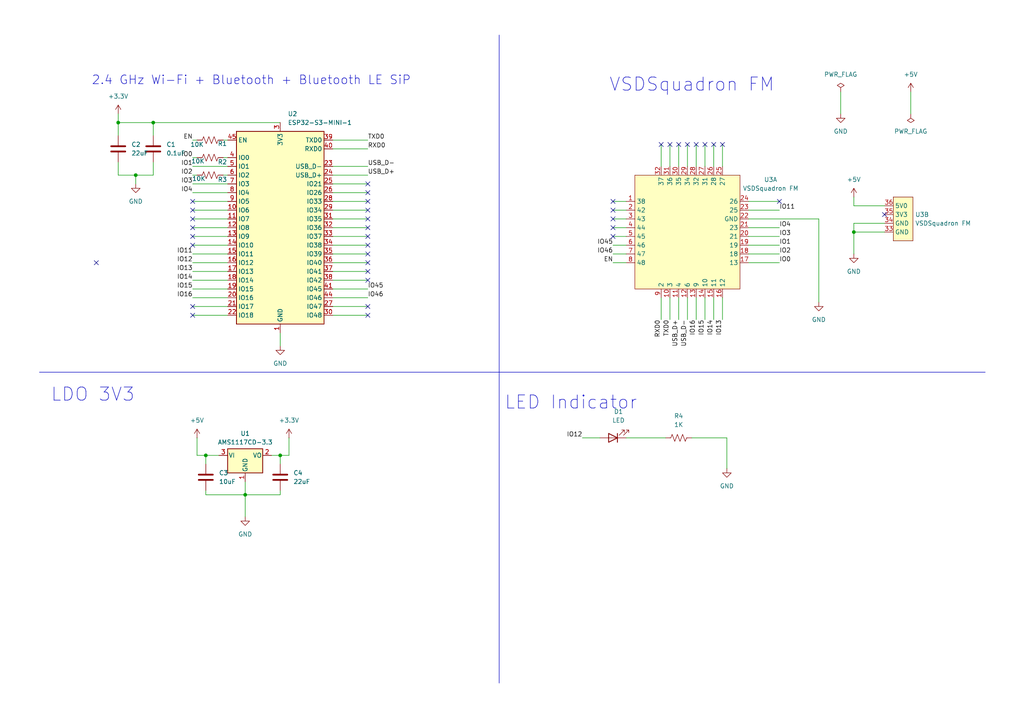
<source format=kicad_sch>
(kicad_sch (version 20231120) (generator "eeschema") (generator_version "8.0")
  (paper "A4")
  (title_block (title "ESP32-S3-MINI-1- VSDSquadron FM Shield") (date "2025-01-23") (rev "1A") (company "VLSI System Design"))
  (lib_symbols
    (symbol "Device:C" (pin_numbers hide) (pin_names (offset 0.254))
      (property "Reference" "C" (at 0.635 2.54 0))
      (property "Value" "C" (at 0.635 -2.54 0))
      (symbol "C_0_1"
        (polyline (pts (xy -2.032 -0.762) (xy 2.032 -0.762)) (stroke (width 0.508)))
        (polyline (pts (xy -2.032 0.762) (xy 2.032 0.762)) (stroke (width 0.508)))
      )
      (symbol "C_1_1"
        (pin passive line (at 0 3.81 270) (length 2.794) (name "~") (number "1"))
        (pin passive line (at 0 -3.81 90) (length 2.794) (name "~") (number "2"))
      )
    )
    (symbol "Device:LED" (pin_numbers hide) (pin_names (offset 1.016) hide)
      (property "Reference" "D" (at 0 2.54 0))
      (property "Value" "LED" (at 0 -2.54 0))
      (symbol "LED_0_1"
        (polyline (pts (xy -1.27 -1.27) (xy -1.27 1.27)) (stroke (width 0.254)))
        (polyline (pts (xy -1.27 0) (xy 1.27 0)))
        (polyline (pts (xy 1.27 -1.27) (xy 1.27 1.27) (xy -1.27 0) (xy 1.27 -1.27)) (stroke (width 0.254)))
        (polyline (pts (xy -3.048 -0.762) (xy -4.572 -2.286) (xy -3.81 -2.286) (xy -4.572 -2.286) (xy -4.572 -1.524)))
        (polyline (pts (xy -1.778 -0.762) (xy -3.302 -2.286) (xy -2.54 -2.286) (xy -3.302 -2.286) (xy -3.302 -1.524)))
      )
      (symbol "LED_1_1"
        (pin passive line (at -3.81 0 0) (length 2.54) (name "K") (number "1"))
        (pin passive line (at 3.81 0 180) (length 2.54) (name "A") (number "2"))
      )
    )
    (symbol "Device:R_US" (pin_numbers hide) (pin_names (offset 0))
      (property "Reference" "R" (at 2.54 0 90))
      (property "Value" "R_US" (at -2.54 0 90))
      (symbol "R_US_0_1"
        (polyline (pts (xy 0 -2.286) (xy 0 -2.54)))
        (polyline (pts (xy 0 2.286) (xy 0 2.54)))
        (polyline (pts (xy 0 -0.762) (xy 1.016 -1.143) (xy 0 -1.524) (xy -1.016 -1.905) (xy 0 -2.286)))
        (polyline (pts (xy 0 0.762) (xy 1.016 0.381) (xy 0 0) (xy -1.016 -0.381) (xy 0 -0.762)))
        (polyline (pts (xy 0 2.286) (xy 1.016 1.905) (xy 0 1.524) (xy -1.016 1.143) (xy 0 0.762)))
      )
      (symbol "R_US_1_1"
        (pin passive line (at 0 3.81 270) (length 1.27) (name "~") (number "1"))
        (pin passive line (at 0 -3.81 90) (length 1.27) (name "~") (number "2"))
      )
    )
    (symbol "RF_Module:ESP32-S3-MINI-1"
      (property "Reference" "U" (at -11.43 29.21 0))
      (property "Value" "ESP32-S3-MINI-1" (at 12.7 29.21 0))
      (symbol "ESP32-S3-MINI-1_0_1"
        (rectangle (start -12.7 27.94) (end 12.7 -27.94) (stroke (width 0.254)) (fill (type background)))
      )
      (symbol "ESP32-S3-MINI-1_1_1"
        (pin power_in line (at 0 -30.48 90) (length 2.54) (name "GND") (number "1"))
        (pin bidirectional line (at -15.24 5.08 0) (length 2.54) (name "IO6") (number "10"))
        (pin bidirectional line (at -15.24 2.54 0) (length 2.54) (name "IO7") (number "11"))
        (pin bidirectional line (at -15.24 0 0) (length 2.54) (name "IO8") (number "12"))
        (pin bidirectional line (at -15.24 -2.54 0) (length 2.54) (name "IO9") (number "13"))
        (pin bidirectional line (at -15.24 -5.08 0) (length 2.54) (name "IO10") (number "14"))
        (pin bidirectional line (at -15.24 -7.62 0) (length 2.54) (name "IO11") (number "15"))
        (pin bidirectional line (at -15.24 -10.16 0) (length 2.54) (name "IO12") (number "16"))
        (pin bidirectional line (at -15.24 -12.7 0) (length 2.54) (name "IO13") (number "17"))
        (pin bidirectional line (at -15.24 -15.24 0) (length 2.54) (name "IO14") (number "18"))
        (pin bidirectional line (at -15.24 -17.78 0) (length 2.54) (name "IO15") (number "19"))
        (pin passive line (at 0 -30.48 90) (length 2.54) hide (name "GND") (number "2"))
        (pin bidirectional line (at -15.24 -20.32 0) (length 2.54) (name "IO16") (number "20"))
        (pin bidirectional line (at -15.24 -22.86 0) (length 2.54) (name "IO17") (number "21"))
        (pin bidirectional line (at -15.24 -25.4 0) (length 2.54) (name "IO18") (number "22"))
        (pin bidirectional line (at 15.24 17.78 180) (length 2.54) (name "USB_D-") (number "23"))
        (pin bidirectional line (at 15.24 15.24 180) (length 2.54) (name "USB_D+") (number "24"))
        (pin bidirectional line (at 15.24 12.7 180) (length 2.54) (name "IO21") (number "25"))
        (pin bidirectional line (at 15.24 10.16 180) (length 2.54) (name "IO26") (number "26"))
        (pin bidirectional line (at 15.24 -22.86 180) (length 2.54) (name "IO47") (number "27"))
        (pin bidirectional line (at 15.24 7.62 180) (length 2.54) (name "IO33") (number "28"))
        (pin bidirectional line (at 15.24 5.08 180) (length 2.54) (name "IO34") (number "29"))
        (pin power_in line (at 0 30.48 270) (length 2.54) (name "3V3") (number "3"))
        (pin bidirectional line (at 15.24 -25.4 180) (length 2.54) (name "IO48") (number "30"))
        (pin bidirectional line (at 15.24 2.54 180) (length 2.54) (name "IO35") (number "31"))
        (pin bidirectional line (at 15.24 0 180) (length 2.54) (name "IO36") (number "32"))
        (pin bidirectional line (at 15.24 -2.54 180) (length 2.54) (name "IO37") (number "33"))
        (pin bidirectional line (at 15.24 -5.08 180) (length 2.54) (name "IO38") (number "34"))
        (pin bidirectional line (at 15.24 -7.62 180) (length 2.54) (name "IO39") (number "35"))
        (pin bidirectional line (at 15.24 -10.16 180) (length 2.54) (name "IO40") (number "36"))
        (pin bidirectional line (at 15.24 -12.7 180) (length 2.54) (name "IO41") (number "37"))
        (pin bidirectional line (at 15.24 -15.24 180) (length 2.54) (name "IO42") (number "38"))
        (pin bidirectional line (at 15.24 25.4 180) (length 2.54) (name "TXD0") (number "39"))
        (pin bidirectional line (at -15.24 20.32 0) (length 2.54) (name "IO0") (number "4"))
        (pin bidirectional line (at 15.24 22.86 180) (length 2.54) (name "RXD0") (number "40"))
        (pin bidirectional line (at 15.24 -17.78 180) (length 2.54) (name "IO45") (number "41"))
        (pin passive line (at 0 -30.48 90) (length 2.54) hide (name "GND") (number "42"))
        (pin passive line (at 0 -30.48 90) (length 2.54) hide (name "GND") (number "43"))
        (pin bidirectional line (at 15.24 -20.32 180) (length 2.54) (name "IO46") (number "44"))
        (pin input line (at -15.24 25.4 0) (length 2.54) (name "EN") (number "45"))
        (pin passive line (at 0 -30.48 90) (length 2.54) hide (name "GND") (number "46"))
        (pin passive line (at 0 -30.48 90) (length 2.54) hide (name "GND") (number "47"))
        (pin passive line (at 0 -30.48 90) (length 2.54) hide (name "GND") (number "48"))
        (pin passive line (at 0 -30.48 90) (length 2.54) hide (name "GND") (number "49"))
        (pin bidirectional line (at -15.24 17.78 0) (length 2.54) (name "IO1") (number "5"))
        (pin passive line (at 0 -30.48 90) (length 2.54) hide (name "GND") (number "50"))
        (pin passive line (at 0 -30.48 90) (length 2.54) hide (name "GND") (number "51"))
        (pin passive line (at 0 -30.48 90) (length 2.54) hide (name "GND") (number "52"))
        (pin passive line (at 0 -30.48 90) (length 2.54) hide (name "GND") (number "53"))
        (pin passive line (at 0 -30.48 90) (length 2.54) hide (name "GND") (number "54"))
        (pin passive line (at 0 -30.48 90) (length 2.54) hide (name "GND") (number "55"))
        (pin passive line (at 0 -30.48 90) (length 2.54) hide (name "GND") (number "56"))
        (pin passive line (at 0 -30.48 90) (length 2.54) hide (name "GND") (number "57"))
        (pin passive line (at 0 -30.48 90) (length 2.54) hide (name "GND") (number "58"))
        (pin passive line (at 0 -30.48 90) (length 2.54) hide (name "GND") (number "59"))
        (pin bidirectional line (at -15.24 15.24 0) (length 2.54) (name "IO2") (number "6"))
        (pin passive line (at 0 -30.48 90) (length 2.54) hide (name "GND") (number "60"))
        (pin passive line (at 0 -30.48 90) (length 2.54) hide (name "GND") (number "61"))
        (pin passive line (at 0 -30.48 90) (length 2.54) hide (name "GND") (number "62"))
        (pin passive line (at 0 -30.48 90) (length 2.54) hide (name "GND") (number "63"))
        (pin passive line (at 0 -30.48 90) (length 2.54) hide (name "GND") (number "64"))
        (pin passive line (at 0 -30.48 90) (length 2.54) hide (name "GND") (number "65"))
        (pin bidirectional line (at -15.24 12.7 0) (length 2.54) (name "IO3") (number "7"))
        (pin bidirectional line (at -15.24 10.16 0) (length 2.54) (name "IO4") (number "8"))
        (pin bidirectional line (at -15.24 7.62 0) (length 2.54) (name "IO5") (number "9"))
      )
    )
    (symbol "Regulator_Linear:AMS1117CD-3.3" (pin_names (offset 0.254))
      (property "Reference" "U" (at -3.81 3.175 0))
      (property "Value" "AMS1117CD-3.3" (at 0 3.175 0))
      (symbol "AMS1117CD-3.3_0_1"
        (rectangle (start -5.08 -5.08) (end 5.08 1.905) (stroke (width 0.254)) (fill (type background)))
      )
      (symbol "AMS1117CD-3.3_1_1"
        (pin power_in line (at 0 -7.62 90) (length 2.54) (name "GND") (number "1"))
        (pin power_out line (at 7.62 0 180) (length 2.54) (name "VO") (number "2"))
        (pin power_in line (at -7.62 0 0) (length 2.54) (name "VI") (number "3"))
      )
    )
    (symbol "VSDSquadron_FM:VSDSquadron_FM"
      (property "Reference" "U" (at -9.398 10.668 0))
      (property "Value" "VSDSquadron FM" (at 2.921 8.509 0))
      (symbol "VSDSquadron_FM_1_0"
        (pin bidirectional line (at -2.54 -17.78 90) (length 2.54) (name "3") (number "10"))
        (pin bidirectional line (at 0 -17.78 90) (length 2.54) (name "4") (number "11"))
        (pin bidirectional line (at 2.54 -17.78 90) (length 2.54) (name "6") (number "12"))
        (pin bidirectional line (at 5.08 -17.78 90) (length 2.54) (name "9") (number "13"))
        (pin bidirectional line (at 7.62 -17.78 90) (length 2.54) (name "10") (number "14"))
        (pin bidirectional line (at 20.32 -7.62 180) (length 2.54) (name "13") (number "17"))
        (pin bidirectional line (at 20.32 -5.08 180) (length 2.54) (name "18") (number "18"))
        (pin bidirectional line (at 20.32 -2.54 180) (length 2.54) (name "19") (number "19"))
        (pin bidirectional line (at 20.32 0 180) (length 2.54) (name "21") (number "20"))
        (pin bidirectional line (at 20.32 2.54 180) (length 2.54) (name "23") (number "21"))
        (pin power_in line (at 20.32 5.08 180) (length 2.54) (name "GND") (number "22"))
        (pin bidirectional line (at 20.32 7.62 180) (length 2.54) (name "25") (number "23"))
        (pin bidirectional line (at 20.32 10.16 180) (length 2.54) (name "26") (number "24"))
        (pin bidirectional line (at 12.7 20.32 270) (length 2.54) (name "27") (number "25"))
        (pin bidirectional line (at 10.16 20.32 270) (length 2.54) (name "28") (number "26"))
        (pin bidirectional line (at 2.54 20.32 270) (length 2.54) (name "34") (number "29"))
        (pin bidirectional line (at -15.24 5.08 0) (length 2.54) (name "43") (number "3"))
        (pin bidirectional line (at 0 20.32 270) (length 2.54) (name "35") (number "30"))
        (pin bidirectional line (at -2.54 20.32 270) (length 2.54) (name "36") (number "31"))
        (pin bidirectional line (at -5.08 20.32 270) (length 2.54) (name "37") (number "32"))
        (pin bidirectional line (at -15.24 2.54 0) (length 2.54) (name "44") (number "4"))
        (pin bidirectional line (at -15.24 0 0) (length 2.54) (name "45") (number "5"))
        (pin bidirectional line (at -15.24 -2.54 0) (length 2.54) (name "46") (number "6"))
        (pin bidirectional line (at -15.24 -5.08 0) (length 2.54) (name "47") (number "7"))
      )
      (symbol "VSDSquadron_FM_1_1"
        (rectangle (start -12.7 17.78) (end 17.78 -15.24) (fill (type background)))
        (pin bidirectional line (at -15.24 10.16 0) (length 2.54) (name "38") (number "1"))
        (pin bidirectional line (at 10.16 -17.78 90) (length 2.54) (name "11") (number "15"))
        (pin bidirectional line (at 12.7 -17.78 90) (length 2.54) (name "12") (number "16"))
        (pin bidirectional line (at -15.24 7.62 0) (length 2.54) (name "42") (number "2"))
        (pin bidirectional line (at 7.62 20.32 270) (length 2.54) (name "31") (number "27"))
        (pin bidirectional line (at 5.08 20.32 270) (length 2.54) (name "32") (number "28"))
        (pin bidirectional line (at -15.24 -7.62 0) (length 2.54) (name "48") (number "8"))
        (pin bidirectional line (at -5.08 -17.78 90) (length 2.54) (name "2") (number "9"))
      )
      (symbol "VSDSquadron_FM_2_1"
        (rectangle (start -2.54 2.54) (end 3.175 -10.16) (fill (type background)))
        (pin power_in line (at -5.08 -7.62 0) (length 2.54) (name "GND") (number "33"))
        (pin power_in line (at -5.08 -5.08 0) (length 2.54) (name "GND") (number "34"))
        (pin power_in line (at -5.08 -2.54 0) (length 2.54) (name "3V3") (number "35"))
        (pin power_in line (at -5.08 0 0) (length 2.54) (name "5V0") (number "36"))
      )
    )
    (symbol "power:+3.3V" (power) (pin_numbers hide) (pin_names (offset 0) hide)
      (property "Value" "+3.3V" (at 0 3.556 0))
      (symbol "+3.3V_0_1"
        (polyline (pts (xy -0.762 1.27) (xy 0 2.54)))
        (polyline (pts (xy 0 0) (xy 0 2.54)))
        (polyline (pts (xy 0 2.54) (xy 0.762 1.27)))
      )
      (symbol "+3.3V_1_1"
        (pin power_in line (at 0 0 90) (length 0) (name "~") (number "1"))
      )
    )
    (symbol "power:+5V" (power) (pin_numbers hide) (pin_names (offset 0) hide)
      (property "Value" "+5V" (at 0 3.556 0))
      (symbol "+5V_0_1"
        (polyline (pts (xy -0.762 1.27) (xy 0 2.54)))
        (polyline (pts (xy 0 0) (xy 0 2.54)))
        (polyline (pts (xy 0 2.54) (xy 0.762 1.27)))
      )
      (symbol "+5V_1_1"
        (pin power_in line (at 0 0 90) (length 0) (name "~") (number "1"))
      )
    )
    (symbol "power:GND" (power) (pin_numbers hide) (pin_names (offset 0) hide)
      (property "Value" "GND" (at 0 -3.81 0))
      (symbol "GND_0_1"
        (polyline (pts (xy 0 0) (xy 0 -1.27) (xy 1.27 -1.27) (xy 0 -2.54) (xy -1.27 -1.27) (xy 0 -1.27)))
      )
      (symbol "GND_1_1"
        (pin power_in line (at 0 0 270) (length 0) (name "~") (number "1"))
      )
    )
    (symbol "power:PWR_FLAG" (power) (pin_numbers hide) (pin_names (offset 0) hide)
      (property "Value" "PWR_FLAG" (at 0 3.81 0))
      (symbol "PWR_FLAG_0_0"
        (pin power_out line (at 0 0 90) (length 0) (name "~") (number "1"))
      )
      (symbol "PWR_FLAG_0_1"
        (polyline (pts (xy 0 0) (xy 0 1.27) (xy -1.016 1.905) (xy 0 2.54) (xy 1.016 1.905) (xy 0 1.27)))
      )
    )
  )
  (junction (at 34.29 35.56))
  (junction (at 247.65 67.31))
  (junction (at 81.28 132.08))
  (junction (at 71.12 143.51))
  (junction (at 44.45 35.56))
  (junction (at 59.69 132.08))
  (junction (at 39.37 50.8))
  (no_connect (at 199.39 41.91))
  (no_connect (at 55.88 68.58))
  (no_connect (at 55.88 88.9))
  (no_connect (at 106.68 60.96))
  (no_connect (at 106.68 81.28))
  (no_connect (at 106.68 88.9))
  (no_connect (at 209.55 41.91))
  (no_connect (at 106.68 71.12))
  (no_connect (at 55.88 63.5))
  (no_connect (at 106.68 58.42))
  (no_connect (at 106.68 55.88))
  (no_connect (at 106.68 76.2))
  (no_connect (at 196.85 41.91))
  (no_connect (at 256.54 62.23))
  (no_connect (at 226.06 58.42))
  (no_connect (at 106.68 78.74))
  (no_connect (at 106.68 91.44))
  (no_connect (at 27.94 76.2))
  (no_connect (at 177.8 68.58))
  (no_connect (at 55.88 71.12))
  (no_connect (at 106.68 53.34))
  (no_connect (at 207.01 41.91))
  (no_connect (at 55.88 91.44))
  (no_connect (at 204.47 41.91))
  (no_connect (at 177.8 60.96))
  (no_connect (at 106.68 68.58))
  (no_connect (at 191.77 41.91))
  (no_connect (at 55.88 60.96))
  (no_connect (at 106.68 63.5))
  (no_connect (at 106.68 66.04))
  (no_connect (at 177.8 66.04))
  (no_connect (at 177.8 63.5))
  (no_connect (at 194.31 41.91))
  (no_connect (at 55.88 66.04))
  (no_connect (at 177.8 58.42))
  (no_connect (at 55.88 58.42))
  (no_connect (at 201.93 41.91))
  (no_connect (at 106.68 73.66))
  (wire (pts (xy 66.04 83.82) (xy 55.88 83.82)))
  (wire (pts (xy 96.52 58.42) (xy 106.68 58.42)))
  (wire (pts (xy 247.65 59.69) (xy 256.54 59.69)))
  (wire (pts (xy 81.28 142.24) (xy 81.28 143.51)))
  (wire (pts (xy 226.06 76.2) (xy 217.17 76.2)))
  (wire (pts (xy 237.49 63.5) (xy 237.49 87.63)))
  (wire (pts (xy 96.52 71.12) (xy 106.68 71.12)))
  (wire (pts (xy 55.88 66.04) (xy 66.04 66.04)))
  (wire (pts (xy 57.15 40.64) (xy 55.88 40.64)))
  (wire (pts (xy 96.52 83.82) (xy 106.68 83.82)))
  (polyline (pts (xy 144.78 10.16) (xy 144.78 198.12)))
  (wire (pts (xy 217.17 68.58) (xy 226.06 68.58)))
  (wire (pts (xy 55.88 63.5) (xy 66.04 63.5)))
  (wire (pts (xy 81.28 96.52) (xy 81.28 100.33)))
  (wire (pts (xy 39.37 50.8) (xy 44.45 50.8)))
  (wire (pts (xy 96.52 60.96) (xy 106.68 60.96)))
  (wire (pts (xy 199.39 86.36) (xy 199.39 92.71)))
  (wire (pts (xy 207.01 48.26) (xy 207.01 41.91)))
  (wire (pts (xy 44.45 39.37) (xy 44.45 35.56)))
  (wire (pts (xy 55.88 68.58) (xy 66.04 68.58)))
  (wire (pts (xy 96.52 66.04) (xy 106.68 66.04)))
  (wire (pts (xy 57.15 45.72) (xy 55.88 45.72)))
  (wire (pts (xy 181.61 76.2) (xy 177.8 76.2)))
  (wire (pts (xy 204.47 92.71) (xy 204.47 86.36)))
  (wire (pts (xy 96.52 73.66) (xy 106.68 73.66)))
  (wire (pts (xy 264.16 26.67) (xy 264.16 33.02)))
  (wire (pts (xy 217.17 71.12) (xy 226.06 71.12)))
  (wire (pts (xy 209.55 92.71) (xy 209.55 86.36)))
  (wire (pts (xy 96.52 40.64) (xy 106.68 40.64)))
  (wire (pts (xy 66.04 86.36) (xy 55.88 86.36)))
  (wire (pts (xy 96.52 88.9) (xy 106.68 88.9)))
  (wire (pts (xy 55.88 71.12) (xy 66.04 71.12)))
  (wire (pts (xy 96.52 86.36) (xy 106.68 86.36)))
  (wire (pts (xy 247.65 64.77) (xy 247.65 67.31)))
  (wire (pts (xy 81.28 132.08) (xy 81.28 134.62)))
  (wire (pts (xy 181.61 68.58) (xy 177.8 68.58)))
  (wire (pts (xy 199.39 48.26) (xy 199.39 41.91)))
  (wire (pts (xy 66.04 91.44) (xy 55.88 91.44)))
  (wire (pts (xy 81.28 132.08) (xy 78.74 132.08)))
  (wire (pts (xy 247.65 57.15) (xy 247.65 59.69)))
  (wire (pts (xy 96.52 68.58) (xy 106.68 68.58)))
  (wire (pts (xy 168.91 127) (xy 173.99 127)))
  (wire (pts (xy 196.85 48.26) (xy 196.85 41.91)))
  (wire (pts (xy 196.85 86.36) (xy 196.85 92.71)))
  (wire (pts (xy 181.61 60.96) (xy 177.8 60.96)))
  (wire (pts (xy 217.17 66.04) (xy 226.06 66.04)))
  (wire (pts (xy 194.31 48.26) (xy 194.31 41.91)))
  (wire (pts (xy 34.29 35.56) (xy 34.29 39.37)))
  (wire (pts (xy 57.15 127) (xy 57.15 132.08)))
  (wire (pts (xy 55.88 55.88) (xy 66.04 55.88)))
  (wire (pts (xy 217.17 58.42) (xy 226.06 58.42)))
  (wire (pts (xy 96.52 78.74) (xy 106.68 78.74)))
  (wire (pts (xy 34.29 50.8) (xy 39.37 50.8)))
  (wire (pts (xy 217.17 60.96) (xy 226.06 60.96)))
  (wire (pts (xy 191.77 48.26) (xy 191.77 41.91)))
  (wire (pts (xy 66.04 78.74) (xy 55.88 78.74)))
  (wire (pts (xy 181.61 63.5) (xy 177.8 63.5)))
  (wire (pts (xy 247.65 67.31) (xy 256.54 67.31)))
  (wire (pts (xy 181.61 127) (xy 193.04 127)))
  (wire (pts (xy 201.93 86.36) (xy 201.93 92.71)))
  (wire (pts (xy 194.31 86.36) (xy 194.31 92.71)))
  (wire (pts (xy 207.01 92.71) (xy 207.01 86.36)))
  (wire (pts (xy 66.04 81.28) (xy 55.88 81.28)))
  (wire (pts (xy 39.37 50.8) (xy 39.37 53.34)))
  (wire (pts (xy 96.52 43.18) (xy 106.68 43.18)))
  (wire (pts (xy 44.45 35.56) (xy 34.29 35.56)))
  (wire (pts (xy 83.82 132.08) (xy 81.28 132.08)))
  (wire (pts (xy 243.84 26.67) (xy 243.84 33.02)))
  (wire (pts (xy 44.45 46.99) (xy 44.45 50.8)))
  (wire (pts (xy 210.82 127) (xy 210.82 135.89)))
  (wire (pts (xy 181.61 58.42) (xy 177.8 58.42)))
  (wire (pts (xy 59.69 132.08) (xy 59.69 134.62)))
  (wire (pts (xy 66.04 50.8) (xy 64.77 50.8)))
  (wire (pts (xy 55.88 58.42) (xy 66.04 58.42)))
  (wire (pts (xy 66.04 53.34) (xy 55.88 53.34)))
  (wire (pts (xy 181.61 71.12) (xy 177.8 71.12)))
  (wire (pts (xy 247.65 73.66) (xy 247.65 67.31)))
  (wire (pts (xy 66.04 40.64) (xy 64.77 40.64)))
  (wire (pts (xy 66.04 45.72) (xy 64.77 45.72)))
  (wire (pts (xy 55.88 73.66) (xy 66.04 73.66)))
  (polyline (pts (xy 11.43 107.95) (xy 142.24 107.95)))
  (wire (pts (xy 200.66 127) (xy 210.82 127)))
  (wire (pts (xy 34.29 46.99) (xy 34.29 50.8)))
  (wire (pts (xy 55.88 50.8) (xy 57.15 50.8)))
  (wire (pts (xy 59.69 143.51) (xy 71.12 143.51)))
  (wire (pts (xy 201.93 48.26) (xy 201.93 41.91)))
  (wire (pts (xy 34.29 33.02) (xy 34.29 35.56)))
  (wire (pts (xy 96.52 50.8) (xy 106.68 50.8)))
  (wire (pts (xy 96.52 81.28) (xy 106.68 81.28)))
  (wire (pts (xy 226.06 73.66) (xy 217.17 73.66)))
  (wire (pts (xy 57.15 132.08) (xy 59.69 132.08)))
  (wire (pts (xy 181.61 66.04) (xy 177.8 66.04)))
  (wire (pts (xy 204.47 48.26) (xy 204.47 41.91)))
  (wire (pts (xy 217.17 63.5) (xy 237.49 63.5)))
  (wire (pts (xy 66.04 48.26) (xy 55.88 48.26)))
  (wire (pts (xy 71.12 139.7) (xy 71.12 143.51)))
  (wire (pts (xy 66.04 88.9) (xy 55.88 88.9)))
  (wire (pts (xy 59.69 132.08) (xy 63.5 132.08)))
  (wire (pts (xy 96.52 48.26) (xy 106.68 48.26)))
  (wire (pts (xy 55.88 60.96) (xy 66.04 60.96)))
  (wire (pts (xy 256.54 64.77) (xy 247.65 64.77)))
  (polyline (pts (xy 142.24 107.95) (xy 285.75 107.95)))
  (wire (pts (xy 96.52 63.5) (xy 106.68 63.5)))
  (wire (pts (xy 71.12 149.86) (xy 71.12 143.51)))
  (wire (pts (xy 96.52 53.34) (xy 106.68 53.34)))
  (wire (pts (xy 44.45 35.56) (xy 81.28 35.56)))
  (wire (pts (xy 96.52 76.2) (xy 106.68 76.2)))
  (wire (pts (xy 55.88 76.2) (xy 66.04 76.2)))
  (wire (pts (xy 96.52 91.44) (xy 106.68 91.44)))
  (wire (pts (xy 181.61 73.66) (xy 177.8 73.66)))
  (wire (pts (xy 81.28 143.51) (xy 71.12 143.51)))
  (wire (pts (xy 83.82 127) (xy 83.82 132.08)))
  (wire (pts (xy 96.52 55.88) (xy 106.68 55.88)))
  (wire (pts (xy 59.69 142.24) (xy 59.69 143.51)))
  (wire (pts (xy 209.55 41.91) (xy 209.55 48.26)))
  (wire (pts (xy 191.77 86.36) (xy 191.77 92.71)))
  (text "2.4 GHz Wi-Fi + Bluetooth + Bluetooth LE SiP" (at 72.898 23.368 0) (effects (font (size 2.54 2.54))))
  (text "LED Indicator\n" (at 165.608 116.84 0) (effects (font (size 3.81 3.81))))
  (text "VSDSquadron FM\n" (at 200.66 24.638 0) (effects (font (size 3.81 3.81))))
  (text "LDO 3V3" (at 26.924 114.554 0) (effects (font (size 3.81 3.81))))
  (label "IO2" (at 55.88 50.8 180))
  (label "IO13" (at 55.88 78.74 180))
  (label "IO14" (at 55.88 81.28 180))
  (label "IO0" (at 55.88 45.72 180))
  (label "IO11" (at 55.88 73.66 180))
  (label "IO16" (at 201.93 92.71 270))
  (label "IO13" (at 209.55 92.71 270))
  (label "IO46" (at 106.68 86.36 0))
  (label "IO12" (at 55.88 76.2 180))
  (label "USB_D-" (at 106.68 48.26 0))
  (label "EN" (at 177.8 76.2 180))
  (label "IO16" (at 55.88 86.36 180))
  (label "IO1" (at 55.88 48.26 180))
  (label "IO45" (at 106.68 83.82 0))
  (label "IO2" (at 226.06 73.66 0))
  (label "TXD0" (at 106.68 40.64 0))
  (label "TXD0" (at 194.31 92.71 270))
  (label "USB_D+" (at 196.85 92.71 270))
  (label "IO15" (at 55.88 83.82 180))
  (label "USB_D-" (at 199.39 92.71 270))
  (label "IO1" (at 226.06 71.12 0))
  (label "IO4" (at 55.88 55.88 180))
  (label "IO12" (at 168.91 127 180))
  (label "IO46" (at 177.8 73.66 180))
  (label "IO0" (at 226.06 76.2 0))
  (label "RXD0" (at 191.77 92.71 270))
  (label "IO45" (at 177.8 71.12 180))
  (label "IO11" (at 226.06 60.96 0))
  (label "IO3" (at 55.88 53.34 180))
  (label "IO3" (at 226.06 68.58 0))
  (label "IO14" (at 207.01 92.71 270))
  (label "USB_D+" (at 106.68 50.8 0))
  (label "IO15" (at 204.47 92.71 270))
  (label "EN" (at 55.88 40.64 180))
  (label "IO4" (at 226.06 66.04 0))
  (label "RXD0" (at 106.68 43.18 0))
  (symbol (lib_id "power:GND") (at 237.49 87.63 0) (unit 1)
    (property "Reference" "#PWR08" (effects (hide yes)))
    (property "Value" "GND" (at 237.49 92.71 0))
    (property "Description" "Power symbol creates a global label with name \"GND\" , ground" (effects (hide yes)))
  )
  (symbol (lib_id "power:+5V") (at 264.16 26.67 0) (unit 1)
    (property "Reference" "#PWR012" (effects (hide yes)))
    (property "Value" "+5V" (at 264.16 21.59 0))
    (property "Description" "Power symbol creates a global label with name \"+5V\"" (effects (hide yes)))
  )
  (symbol (lib_id "Device:C") (at 34.29 43.18 0) (unit 1)
    (property "Reference" "C2" (at 38.1 41.9099 0) (effects (justify left)))
    (property "Value" "22uF" (at 38.1 44.4499 0) (effects (justify left)))
    (property "Footprint" "Capacitor_SMD:C_0805_2012Metric_Pad1.18x1.45mm_HandSolder" (effects (hide yes)))
    (property "Description" "Unpolarized capacitor" (effects (hide yes)))
    (property "LCSC" "C296720 " (effects (hide yes)))
  )
  (symbol (lib_id "Device:R_US") (at 60.96 40.64 270) (unit 1)
    (property "Reference" "R1" (at 64.516 41.656 90))
    (property "Value" "10K" (at 57.15 41.91 90))
    (property "Footprint" "Resistor_SMD:R_0805_2012Metric_Pad1.20x1.40mm_HandSolder" (effects (hide yes)))
    (property "Description" "Resistor, US symbol" (effects (hide yes)))
    (property "LCSC" "C84376" (effects (hide yes)))
  )
  (symbol (lib_id "Device:R_US") (at 60.96 45.72 270) (unit 1)
    (property "Reference" "R2" (at 64.516 46.99 90))
    (property "Value" "10K" (at 57.404 46.736 90))
    (property "Footprint" "Resistor_SMD:R_0805_2012Metric_Pad1.20x1.40mm_HandSolder" (effects (hide yes)))
    (property "Description" "Resistor, US symbol" (effects (hide yes)))
    (property "LCSC" "C84376" (effects (hide yes)))
  )
  (symbol (lib_id "power:PWR_FLAG") (at 264.16 33.02 180) (unit 1)
    (property "Reference" "#FLG02" (effects (hide yes)))
    (property "Value" "PWR_FLAG" (at 264.16 38.1 0))
    (property "Description" "Special symbol for telling ERC where power comes from" (effects (hide yes)))
  )
  (symbol (lib_id "power:PWR_FLAG") (at 243.84 26.67 0) (unit 1)
    (property "Reference" "#FLG01" (effects (hide yes)))
    (property "Value" "PWR_FLAG" (at 243.84 21.59 0))
    (property "Description" "Special symbol for telling ERC where power comes from" (effects (hide yes)))
  )
  (symbol (lib_id "power:GND") (at 247.65 73.66 0) (unit 1)
    (property "Reference" "#PWR011" (effects (hide yes)))
    (property "Value" "GND" (at 247.65 78.74 0))
    (property "Description" "Power symbol creates a global label with name \"GND\" , ground" (effects (hide yes)))
  )
  (symbol (lib_id "power:GND") (at 243.84 33.02 0) (unit 1)
    (property "Reference" "#PWR09" (effects (hide yes)))
    (property "Value" "GND" (at 243.84 38.1 0))
    (property "Description" "Power symbol creates a global label with name \"GND\" , ground" (effects (hide yes)))
  )
  (symbol (lib_id "Device:LED") (at 177.8 127 180) (unit 1)
    (property "Reference" "D1" (at 179.3875 119.38 0))
    (property "Value" "LED" (at 179.3875 121.92 0))
    (property "Footprint" "LED_SMD:LED_0603_1608Metric_Pad1.05x0.95mm_HandSolder" (effects (hide yes)))
    (property "Description" "Light emitting diode" (effects (hide yes)))
    (property "LCSC" "C2943453" (effects (hide yes)))
  )
  (symbol (lib_id "power:GND") (at 81.28 100.33 0) (unit 1)
    (property "Reference" "#PWR05" (effects (hide yes)))
    (property "Value" "GND" (at 81.28 105.41 0))
    (property "Description" "Power symbol creates a global label with name \"GND\" , ground" (effects (hide yes)))
  )
  (symbol (lib_id "Device:C") (at 81.28 138.43 0) (unit 1)
    (property "Reference" "C4" (at 85.09 137.1599 0) (effects (justify left)))
    (property "Value" "22uF" (at 85.09 139.6999 0) (effects (justify left)))
    (property "Footprint" "Capacitor_SMD:C_0805_2012Metric_Pad1.18x1.45mm_HandSolder" (effects (hide yes)))
    (property "Description" "Unpolarized capacitor" (effects (hide yes)))
    (property "LCSC" "C296720 " (effects (hide yes)))
  )
  (symbol (lib_id "power:GND") (at 39.37 53.34 0) (unit 1)
    (property "Reference" "#PWR02" (effects (hide yes)))
    (property "Value" "GND" (at 39.37 58.42 0))
    (property "Description" "Power symbol creates a global label with name \"GND\" , ground" (effects (hide yes)))
  )
  (symbol (lib_id "power:+3.3V") (at 83.82 127 0) (unit 1)
    (property "Reference" "#PWR06" (effects (hide yes)))
    (property "Value" "+3.3V" (at 83.82 121.92 0))
    (property "Description" "Power symbol creates a global label with name \"+3.3V\"" (effects (hide yes)))
  )
  (symbol (lib_id "Device:R_US") (at 196.85 127 90) (unit 1)
    (property "Reference" "R4" (at 196.85 120.65 90))
    (property "Value" "1K" (at 196.85 123.19 90))
    (property "Footprint" "Resistor_SMD:R_0603_1608Metric_Pad0.98x0.95mm_HandSolder" (effects (hide yes)))
    (property "Description" "Resistor, US symbol" (effects (hide yes)))
    (property "LCSC" "C22548" (effects (hide yes)))
  )
  (symbol (lib_id "power:+5V") (at 57.15 127 0) (unit 1)
    (property "Reference" "#PWR03" (effects (hide yes)))
    (property "Value" "+5V" (at 57.15 121.92 0))
    (property "Description" "Power symbol creates a global label with name \"+5V\"" (effects (hide yes)))
  )
  (symbol (lib_id "power:+5V") (at 247.65 57.15 0) (unit 1)
    (property "Reference" "#PWR010" (effects (hide yes)))
    (property "Value" "+5V" (at 247.65 52.07 0))
    (property "Description" "Power symbol creates a global label with name \"+5V\"" (effects (hide yes)))
  )
  (symbol (lib_id "Device:R_US") (at 60.96 50.8 270) (unit 1)
    (property "Reference" "R3" (at 64.516 52.07 90))
    (property "Value" "10K" (at 57.658 51.816 90))
    (property "Footprint" "Resistor_SMD:R_0805_2012Metric_Pad1.20x1.40mm_HandSolder" (effects (hide yes)))
    (property "Description" "Resistor, US symbol" (effects (hide yes)))
    (property "LCSC" "C84376" (effects (hide yes)))
  )
  (symbol (lib_id "VSDSquadron_FM:VSDSquadron_FM") (at 196.85 68.58 0) (unit 1)
    (property "Reference" "U3" (at 223.52 52.1014 0))
    (property "Value" "VSDSquadron FM" (at 223.52 54.6414 0))
    (property "Footprint" "VSDsquadron_FM:VSDSquadron_FM" (effects (hide yes)))
    (property "Datasheet" "https://github.com/yathAg/VSDSquadron_FM" (effects (hide yes)))
  )
  (symbol (lib_id "Regulator_Linear:AMS1117CD-3.3") (at 71.12 132.08 0) (unit 1)
    (property "Reference" "U1" (at 71.12 125.73 0))
    (property "Value" "AMS1117CD-3.3" (at 71.12 128.27 0))
    (property "Footprint" "Package_TO_SOT_SMD:TO-252-3_TabPin2" (effects (hide yes)))
    (property "Datasheet" "http://www.advanced-monolithic.com/pdf/ds1117.pdf" (effects (hide yes)))
    (property "Description" "1A Low Dropout regulator, positive, 3.3V fixed output, TO-252" (effects (hide yes)))
    (property "LCSC" "C5174623" (effects (hide yes)))
  )
  (symbol (lib_id "Device:C") (at 59.69 138.43 0) (unit 1)
    (property "Reference" "C3" (at 63.5 137.1599 0) (effects (justify left)))
    (property "Value" "10uF" (at 63.5 139.6999 0) (effects (justify left)))
    (property "Footprint" "Capacitor_SMD:C_0805_2012Metric_Pad1.18x1.45mm_HandSolder" (effects (hide yes)))
    (property "Description" "Unpolarized capacitor" (effects (hide yes)))
    (property "LCSC" "C2835555 " (effects (hide yes)))
  )
  (symbol (lib_id "power:GND") (at 71.12 149.86 0) (unit 1)
    (property "Reference" "#PWR04" (effects (hide yes)))
    (property "Value" "GND" (at 71.12 154.94 0))
    (property "Description" "Power symbol creates a global label with name \"GND\" , ground" (effects (hide yes)))
  )
  (symbol (lib_id "Device:C") (at 44.45 43.18 0) (unit 1)
    (property "Reference" "C1" (at 48.26 41.9099 0) (effects (justify left)))
    (property "Value" "0.1uF" (at 48.26 44.4499 0) (effects (justify left)))
    (property "Footprint" "Capacitor_SMD:C_0603_1608Metric_Pad1.08x0.95mm_HandSolder" (effects (hide yes)))
    (property "Description" "Unpolarized capacitor" (effects (hide yes)))
    (property "LCSC" "C125205" (effects (hide yes)))
  )
  (symbol (lib_id "power:+3.3V") (at 34.29 33.02 0) (mirror y) (unit 1)
    (property "Reference" "#PWR01" (effects (hide yes)))
    (property "Value" "+3.3V" (at 34.29 27.94 0))
    (property "Description" "Power symbol creates a global label with name \"+3.3V\"" (effects (hide yes)))
  )
  (symbol (lib_id "RF_Module:ESP32-S3-MINI-1") (at 81.28 66.04 0) (unit 1)
    (property "Reference" "U2" (at 83.4741 33.02 0) (effects (justify left)))
    (property "Value" "ESP32-S3-MINI-1" (at 83.4741 35.56 0) (effects (justify left)))
    (property "Footprint" "RF_Module:ESP32-S2-MINI-1" (effects (hide yes)))
    (property "Datasheet" "https://www.espressif.com/sites/default/files/documentation/esp32-s3-mini-1_mini-1u_datasheet_en.pdf" (effects (hide yes)))
    (property "Description" "RF Module, ESP32-S3 SoC, Wi-Fi 802.11b/g/n, Bluetooth, BLE, 32-bit, 3.3V, SMD, onboard antenna" (effects (hide yes)))
    (property "LCSC" "C2913206" (effects (hide yes)))
  )
  (symbol (lib_id "power:GND") (at 210.82 135.89 0) (unit 1)
    (property "Reference" "#PWR07" (effects (hide yes)))
    (property "Value" "GND" (at 210.82 140.97 0))
    (property "Description" "Power symbol creates a global label with name \"GND\" , ground" (effects (hide yes)))
  )
  (symbol (lib_id "VSDSquadron_FM:VSDSquadron_FM") (at 261.62 59.69 0) (unit 2)
    (property "Reference" "U3" (at 265.43 62.2299 0) (effects (justify left)))
    (property "Value" "VSDSquadron FM" (at 265.43 64.7699 0) (effects (justify left)))
    (property "Footprint" "VSDsquadron_FM:VSDSquadron_FM" (effects (hide yes)))
    (property "Datasheet" "https://github.com/yathAg/VSDSquadron_FM" (effects (hide yes)))
  )
)
</source>
